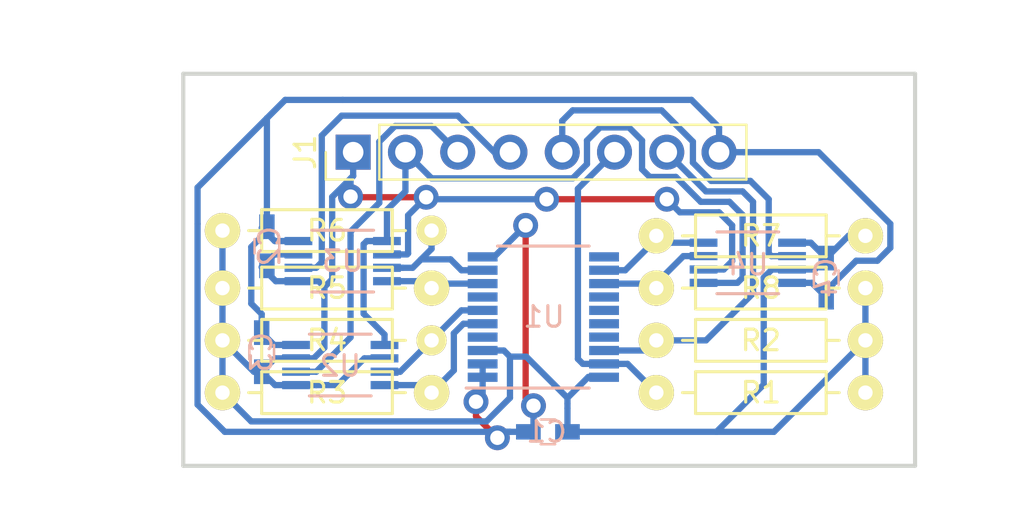
<source format=kicad_pcb>
(kicad_pcb (version 20171130) (host pcbnew "(5.0.0)")

  (general
    (thickness 1.6)
    (drawings 8)
    (tracks 227)
    (zones 0)
    (modules 17)
    (nets 22)
  )

  (page A4)
  (layers
    (0 F.Cu signal hide)
    (31 B.Cu signal hide)
    (32 B.Adhes user)
    (33 F.Adhes user)
    (34 B.Paste user hide)
    (35 F.Paste user)
    (36 B.SilkS user)
    (37 F.SilkS user hide)
    (38 B.Mask user hide)
    (39 F.Mask user)
    (40 Dwgs.User user)
    (41 Cmts.User user)
    (42 Eco1.User user)
    (43 Eco2.User user)
    (44 Edge.Cuts user)
    (45 Margin user)
    (46 B.CrtYd user)
    (47 F.CrtYd user)
    (48 B.Fab user hide)
    (49 F.Fab user)
  )

  (setup
    (last_trace_width 0.3048)
    (trace_clearance 0.2)
    (zone_clearance 0.508)
    (zone_45_only no)
    (trace_min 0.2)
    (segment_width 0.2)
    (edge_width 0.15)
    (via_size 1.208)
    (via_drill 0.7)
    (via_min_size 0.4)
    (via_min_drill 0.3)
    (uvia_size 0.3)
    (uvia_drill 0.1)
    (uvias_allowed no)
    (uvia_min_size 0.2)
    (uvia_min_drill 0.1)
    (pcb_text_width 0.3)
    (pcb_text_size 1.5 1.5)
    (mod_edge_width 0.15)
    (mod_text_size 1 1)
    (mod_text_width 0.15)
    (pad_size 1.462 1.462)
    (pad_drill 0.7)
    (pad_to_mask_clearance 0.2)
    (aux_axis_origin 0 0)
    (visible_elements FFFDFF7F)
    (pcbplotparams
      (layerselection 0x01020_7fffffff)
      (usegerberextensions false)
      (usegerberattributes false)
      (usegerberadvancedattributes false)
      (creategerberjobfile false)
      (excludeedgelayer true)
      (linewidth 0.100000)
      (plotframeref false)
      (viasonmask false)
      (mode 1)
      (useauxorigin false)
      (hpglpennumber 1)
      (hpglpenspeed 20)
      (hpglpendiameter 15.000000)
      (psnegative false)
      (psa4output false)
      (plotreference false)
      (plotvalue false)
      (plotinvisibletext false)
      (padsonsilk false)
      (subtractmaskfromsilk false)
      (outputformat 4)
      (mirror false)
      (drillshape 0)
      (scaleselection 1)
      (outputdirectory "Gerber/"))
  )

  (net 0 "")
  (net 1 +3V3)
  (net 2 GND)
  (net 3 I2C_SCL)
  (net 4 I2C_SDA)
  (net 5 4V-REF)
  (net 6 2V5-REF)
  (net 7 1V-REF)
  (net 8 5V-REF)
  (net 9 "Net-(R3-Pad2)")
  (net 10 "Net-(R4-Pad2)")
  (net 11 "Net-(R5-Pad2)")
  (net 12 "Net-(R6-Pad2)")
  (net 13 "Net-(R7-Pad2)")
  (net 14 "Net-(R8-Pad2)")
  (net 15 "Net-(U1-Pad17)")
  (net 16 "Net-(U1-Pad16)")
  (net 17 "Net-(U1-Pad15)")
  (net 18 "Net-(U1-Pad14)")
  (net 19 "Net-(U1-Pad11)")
  (net 20 "Net-(U1-Pad7)")
  (net 21 "Net-(U1-Pad4)")

  (net_class Default "This is the default net class."
    (clearance 0.2)
    (trace_width 0.3048)
    (via_dia 1.208)
    (via_drill 0.7)
    (uvia_dia 0.3)
    (uvia_drill 0.1)
    (add_net +3V3)
    (add_net 1V-REF)
    (add_net 2V5-REF)
    (add_net 4V-REF)
    (add_net 5V-REF)
    (add_net GND)
    (add_net I2C_SCL)
    (add_net I2C_SDA)
    (add_net "Net-(R3-Pad2)")
    (add_net "Net-(R4-Pad2)")
    (add_net "Net-(R5-Pad2)")
    (add_net "Net-(R6-Pad2)")
    (add_net "Net-(R7-Pad2)")
    (add_net "Net-(R8-Pad2)")
    (add_net "Net-(U1-Pad11)")
    (add_net "Net-(U1-Pad14)")
    (add_net "Net-(U1-Pad15)")
    (add_net "Net-(U1-Pad16)")
    (add_net "Net-(U1-Pad17)")
    (add_net "Net-(U1-Pad4)")
    (add_net "Net-(U1-Pad7)")
  )

  (module "Custom Github:Resistor-0.25W" (layer F.Cu) (tedit 57E029C8) (tstamp 5B9277EA)
    (at 100.965 94.234)
    (descr "Resitance 4 pas")
    (tags R)
    (path /5B94192A)
    (fp_text reference R3 (at 5.08 0) (layer F.SilkS)
      (effects (font (size 1 1) (thickness 0.15)))
    )
    (fp_text value 10kΩ (at 5.08 1.905) (layer F.Fab)
      (effects (font (size 1 1) (thickness 0.15)))
    )
    (fp_line (start 1.905 1.016) (end 1.905 0) (layer F.SilkS) (width 0.15))
    (fp_line (start 8.255 -1.016) (end 8.255 1.016) (layer F.SilkS) (width 0.15))
    (fp_line (start 1.905 0) (end 1.905 -1.016) (layer F.SilkS) (width 0.15))
    (fp_line (start 1.905 0) (end 1.27 0) (layer F.SilkS) (width 0.15))
    (fp_line (start 8.255 0) (end 8.89 0) (layer F.SilkS) (width 0.15))
    (fp_line (start 1.905 -1.016) (end 8.255 -1.016) (layer F.SilkS) (width 0.15))
    (fp_line (start 8.255 1.016) (end 1.905 1.016) (layer F.SilkS) (width 0.15))
    (pad 2 thru_hole circle (at 10.16 0) (size 1.716 1.716) (drill 0.7) (layers *.Cu *.Mask F.SilkS)
      (net 9 "Net-(R3-Pad2)"))
    (pad 1 thru_hole circle (at 0 0) (size 1.716 1.716) (drill 0.7) (layers *.Cu *.Mask F.SilkS)
      (net 1 +3V3))
    (model Discret.3dshapes/R4.wrl
      (at (xyz 0 0 0))
      (scale (xyz 0.4 0.4 0.4))
      (rotate (xyz 0 0 0))
    )
  )

  (module Capacitors_SMD:C_0603_HandSoldering (layer B.Cu) (tedit 58AA848B) (tstamp 5B927774)
    (at 116.779 96.139 180)
    (descr "Capacitor SMD 0603, hand soldering")
    (tags "capacitor 0603")
    (path /5B930180)
    (attr smd)
    (fp_text reference C1 (at 0.066 0 180) (layer B.SilkS)
      (effects (font (size 1 1) (thickness 0.15)) (justify mirror))
    )
    (fp_text value 100nF (at 0 -1.5 180) (layer B.Fab)
      (effects (font (size 1 1) (thickness 0.15)) (justify mirror))
    )
    (fp_text user %R (at 0 1.25 180) (layer B.Fab)
      (effects (font (size 1 1) (thickness 0.15)) (justify mirror))
    )
    (fp_line (start -0.8 -0.4) (end -0.8 0.4) (layer B.Fab) (width 0.1))
    (fp_line (start 0.8 -0.4) (end -0.8 -0.4) (layer B.Fab) (width 0.1))
    (fp_line (start 0.8 0.4) (end 0.8 -0.4) (layer B.Fab) (width 0.1))
    (fp_line (start -0.8 0.4) (end 0.8 0.4) (layer B.Fab) (width 0.1))
    (fp_line (start -0.35 0.6) (end 0.35 0.6) (layer B.SilkS) (width 0.12))
    (fp_line (start 0.35 -0.6) (end -0.35 -0.6) (layer B.SilkS) (width 0.12))
    (fp_line (start -1.8 0.65) (end 1.8 0.65) (layer B.CrtYd) (width 0.05))
    (fp_line (start -1.8 0.65) (end -1.8 -0.65) (layer B.CrtYd) (width 0.05))
    (fp_line (start 1.8 -0.65) (end 1.8 0.65) (layer B.CrtYd) (width 0.05))
    (fp_line (start 1.8 -0.65) (end -1.8 -0.65) (layer B.CrtYd) (width 0.05))
    (pad 1 smd rect (at -0.95 0 180) (size 1.2 0.75) (layers B.Cu B.Paste B.Mask)
      (net 1 +3V3))
    (pad 2 smd rect (at 0.95 0 180) (size 1.2 0.75) (layers B.Cu B.Paste B.Mask)
      (net 2 GND))
    (model Capacitors_SMD.3dshapes/C_0603.wrl
      (at (xyz 0 0 0))
      (scale (xyz 1 1 1))
      (rotate (xyz 0 0 0))
    )
  )

  (module Capacitors_SMD:C_0603_HandSoldering (layer B.Cu) (tedit 58AA848B) (tstamp 5B928113)
    (at 103.124 87.122 90)
    (descr "Capacitor SMD 0603, hand soldering")
    (tags "capacitor 0603")
    (path /5B930336)
    (attr smd)
    (fp_text reference C2 (at 0 0.127 90) (layer B.SilkS)
      (effects (font (size 1 1) (thickness 0.15)) (justify mirror))
    )
    (fp_text value 100nF (at 0 -1.5 90) (layer B.Fab)
      (effects (font (size 1 1) (thickness 0.15)) (justify mirror))
    )
    (fp_line (start 1.8 -0.65) (end -1.8 -0.65) (layer B.CrtYd) (width 0.05))
    (fp_line (start 1.8 -0.65) (end 1.8 0.65) (layer B.CrtYd) (width 0.05))
    (fp_line (start -1.8 0.65) (end -1.8 -0.65) (layer B.CrtYd) (width 0.05))
    (fp_line (start -1.8 0.65) (end 1.8 0.65) (layer B.CrtYd) (width 0.05))
    (fp_line (start 0.35 -0.6) (end -0.35 -0.6) (layer B.SilkS) (width 0.12))
    (fp_line (start -0.35 0.6) (end 0.35 0.6) (layer B.SilkS) (width 0.12))
    (fp_line (start -0.8 0.4) (end 0.8 0.4) (layer B.Fab) (width 0.1))
    (fp_line (start 0.8 0.4) (end 0.8 -0.4) (layer B.Fab) (width 0.1))
    (fp_line (start 0.8 -0.4) (end -0.8 -0.4) (layer B.Fab) (width 0.1))
    (fp_line (start -0.8 -0.4) (end -0.8 0.4) (layer B.Fab) (width 0.1))
    (fp_text user %R (at 0 1.25 90) (layer B.Fab)
      (effects (font (size 1 1) (thickness 0.15)) (justify mirror))
    )
    (pad 2 smd rect (at 0.95 0 90) (size 1.2 0.75) (layers B.Cu B.Paste B.Mask)
      (net 2 GND))
    (pad 1 smd rect (at -0.95 0 90) (size 1.2 0.75) (layers B.Cu B.Paste B.Mask)
      (net 1 +3V3))
    (model Capacitors_SMD.3dshapes/C_0603.wrl
      (at (xyz 0 0 0))
      (scale (xyz 1 1 1))
      (rotate (xyz 0 0 0))
    )
  )

  (module Capacitors_SMD:C_0603_HandSoldering (layer B.Cu) (tedit 58AA848B) (tstamp 5B9280E3)
    (at 102.87 92.268 90)
    (descr "Capacitor SMD 0603, hand soldering")
    (tags "capacitor 0603")
    (path /5B930352)
    (attr smd)
    (fp_text reference C3 (at 0 0 90) (layer B.SilkS)
      (effects (font (size 1 1) (thickness 0.15)) (justify mirror))
    )
    (fp_text value 100nF (at 0 -1.5 90) (layer B.Fab)
      (effects (font (size 1 1) (thickness 0.15)) (justify mirror))
    )
    (fp_text user %R (at 0 1.25 90) (layer B.Fab)
      (effects (font (size 1 1) (thickness 0.15)) (justify mirror))
    )
    (fp_line (start -0.8 -0.4) (end -0.8 0.4) (layer B.Fab) (width 0.1))
    (fp_line (start 0.8 -0.4) (end -0.8 -0.4) (layer B.Fab) (width 0.1))
    (fp_line (start 0.8 0.4) (end 0.8 -0.4) (layer B.Fab) (width 0.1))
    (fp_line (start -0.8 0.4) (end 0.8 0.4) (layer B.Fab) (width 0.1))
    (fp_line (start -0.35 0.6) (end 0.35 0.6) (layer B.SilkS) (width 0.12))
    (fp_line (start 0.35 -0.6) (end -0.35 -0.6) (layer B.SilkS) (width 0.12))
    (fp_line (start -1.8 0.65) (end 1.8 0.65) (layer B.CrtYd) (width 0.05))
    (fp_line (start -1.8 0.65) (end -1.8 -0.65) (layer B.CrtYd) (width 0.05))
    (fp_line (start 1.8 -0.65) (end 1.8 0.65) (layer B.CrtYd) (width 0.05))
    (fp_line (start 1.8 -0.65) (end -1.8 -0.65) (layer B.CrtYd) (width 0.05))
    (pad 1 smd rect (at -0.95 0 90) (size 1.2 0.75) (layers B.Cu B.Paste B.Mask)
      (net 1 +3V3))
    (pad 2 smd rect (at 0.95 0 90) (size 1.2 0.75) (layers B.Cu B.Paste B.Mask)
      (net 2 GND))
    (model Capacitors_SMD.3dshapes/C_0603.wrl
      (at (xyz 0 0 0))
      (scale (xyz 1 1 1))
      (rotate (xyz 0 0 0))
    )
  )

  (module Capacitors_SMD:C_0603_HandSoldering (layer B.Cu) (tedit 58AA848B) (tstamp 5B9277A7)
    (at 130.302 88.646 270)
    (descr "Capacitor SMD 0603, hand soldering")
    (tags "capacitor 0603")
    (path /5B930370)
    (attr smd)
    (fp_text reference C4 (at 0 0 270) (layer B.SilkS)
      (effects (font (size 1 1) (thickness 0.15)) (justify mirror))
    )
    (fp_text value 100nF (at 0 -1.5 270) (layer B.Fab)
      (effects (font (size 1 1) (thickness 0.15)) (justify mirror))
    )
    (fp_line (start 1.8 -0.65) (end -1.8 -0.65) (layer B.CrtYd) (width 0.05))
    (fp_line (start 1.8 -0.65) (end 1.8 0.65) (layer B.CrtYd) (width 0.05))
    (fp_line (start -1.8 0.65) (end -1.8 -0.65) (layer B.CrtYd) (width 0.05))
    (fp_line (start -1.8 0.65) (end 1.8 0.65) (layer B.CrtYd) (width 0.05))
    (fp_line (start 0.35 -0.6) (end -0.35 -0.6) (layer B.SilkS) (width 0.12))
    (fp_line (start -0.35 0.6) (end 0.35 0.6) (layer B.SilkS) (width 0.12))
    (fp_line (start -0.8 0.4) (end 0.8 0.4) (layer B.Fab) (width 0.1))
    (fp_line (start 0.8 0.4) (end 0.8 -0.4) (layer B.Fab) (width 0.1))
    (fp_line (start 0.8 -0.4) (end -0.8 -0.4) (layer B.Fab) (width 0.1))
    (fp_line (start -0.8 -0.4) (end -0.8 0.4) (layer B.Fab) (width 0.1))
    (fp_text user %R (at 0 1.25 270) (layer B.Fab)
      (effects (font (size 1 1) (thickness 0.15)) (justify mirror))
    )
    (pad 2 smd rect (at 0.95 0 270) (size 1.2 0.75) (layers B.Cu B.Paste B.Mask)
      (net 2 GND))
    (pad 1 smd rect (at -0.95 0 270) (size 1.2 0.75) (layers B.Cu B.Paste B.Mask)
      (net 1 +3V3))
    (model Capacitors_SMD.3dshapes/C_0603.wrl
      (at (xyz 0 0 0))
      (scale (xyz 1 1 1))
      (rotate (xyz 0 0 0))
    )
  )

  (module Pin_Headers:Pin_Header_Straight_1x08_Pitch2.54mm (layer F.Cu) (tedit 59650532) (tstamp 5B9277C3)
    (at 107.315 82.55 90)
    (descr "Through hole straight pin header, 1x08, 2.54mm pitch, single row")
    (tags "Through hole pin header THT 1x08 2.54mm single row")
    (path /5B92E5EB)
    (fp_text reference J1 (at 0 -2.33 90) (layer F.SilkS)
      (effects (font (size 1 1) (thickness 0.15)))
    )
    (fp_text value Connector (at 0 20.11 90) (layer F.Fab)
      (effects (font (size 1 1) (thickness 0.15)))
    )
    (fp_text user %R (at 0 8.89 180) (layer F.Fab)
      (effects (font (size 1 1) (thickness 0.15)))
    )
    (fp_line (start 1.8 -1.8) (end -1.8 -1.8) (layer F.CrtYd) (width 0.05))
    (fp_line (start 1.8 19.55) (end 1.8 -1.8) (layer F.CrtYd) (width 0.05))
    (fp_line (start -1.8 19.55) (end 1.8 19.55) (layer F.CrtYd) (width 0.05))
    (fp_line (start -1.8 -1.8) (end -1.8 19.55) (layer F.CrtYd) (width 0.05))
    (fp_line (start -1.33 -1.33) (end 0 -1.33) (layer F.SilkS) (width 0.12))
    (fp_line (start -1.33 0) (end -1.33 -1.33) (layer F.SilkS) (width 0.12))
    (fp_line (start -1.33 1.27) (end 1.33 1.27) (layer F.SilkS) (width 0.12))
    (fp_line (start 1.33 1.27) (end 1.33 19.11) (layer F.SilkS) (width 0.12))
    (fp_line (start -1.33 1.27) (end -1.33 19.11) (layer F.SilkS) (width 0.12))
    (fp_line (start -1.33 19.11) (end 1.33 19.11) (layer F.SilkS) (width 0.12))
    (fp_line (start -1.27 -0.635) (end -0.635 -1.27) (layer F.Fab) (width 0.1))
    (fp_line (start -1.27 19.05) (end -1.27 -0.635) (layer F.Fab) (width 0.1))
    (fp_line (start 1.27 19.05) (end -1.27 19.05) (layer F.Fab) (width 0.1))
    (fp_line (start 1.27 -1.27) (end 1.27 19.05) (layer F.Fab) (width 0.1))
    (fp_line (start -0.635 -1.27) (end 1.27 -1.27) (layer F.Fab) (width 0.1))
    (pad 8 thru_hole oval (at 0 17.78 90) (size 1.7 1.7) (drill 1) (layers *.Cu *.Mask)
      (net 2 GND))
    (pad 7 thru_hole oval (at 0 15.24 90) (size 1.7 1.7) (drill 1) (layers *.Cu *.Mask)
      (net 3 I2C_SCL))
    (pad 6 thru_hole oval (at 0 12.7 90) (size 1.7 1.7) (drill 1) (layers *.Cu *.Mask)
      (net 4 I2C_SDA))
    (pad 5 thru_hole oval (at 0 10.16 90) (size 1.7 1.7) (drill 1) (layers *.Cu *.Mask)
      (net 5 4V-REF))
    (pad 4 thru_hole oval (at 0 7.62 90) (size 1.7 1.7) (drill 1) (layers *.Cu *.Mask)
      (net 6 2V5-REF))
    (pad 3 thru_hole oval (at 0 5.08 90) (size 1.7 1.7) (drill 1) (layers *.Cu *.Mask)
      (net 7 1V-REF))
    (pad 2 thru_hole oval (at 0 2.54 90) (size 1.7 1.7) (drill 1) (layers *.Cu *.Mask)
      (net 8 5V-REF))
    (pad 1 thru_hole rect (at 0 0 90) (size 1.7 1.7) (drill 1) (layers *.Cu *.Mask)
      (net 1 +3V3))
    (model ${KISYS3DMOD}/Pin_Headers.3dshapes/Pin_Header_Straight_1x08_Pitch2.54mm.wrl
      (at (xyz 0 0 0))
      (scale (xyz 1 1 1))
      (rotate (xyz 0 0 0))
    )
  )

  (module "Custom Github:Resistor-0.25W" (layer F.Cu) (tedit 57E029C8) (tstamp 5B9277D0)
    (at 132.207 94.234 180)
    (descr "Resitance 4 pas")
    (tags R)
    (path /5B938D62)
    (fp_text reference R1 (at 5.08 0 180) (layer F.SilkS)
      (effects (font (size 1 1) (thickness 0.15)))
    )
    (fp_text value 10kΩ (at 5.08 1.905 180) (layer F.Fab)
      (effects (font (size 1 1) (thickness 0.15)))
    )
    (fp_line (start 1.905 1.016) (end 1.905 0) (layer F.SilkS) (width 0.15))
    (fp_line (start 8.255 -1.016) (end 8.255 1.016) (layer F.SilkS) (width 0.15))
    (fp_line (start 1.905 0) (end 1.905 -1.016) (layer F.SilkS) (width 0.15))
    (fp_line (start 1.905 0) (end 1.27 0) (layer F.SilkS) (width 0.15))
    (fp_line (start 8.255 0) (end 8.89 0) (layer F.SilkS) (width 0.15))
    (fp_line (start 1.905 -1.016) (end 8.255 -1.016) (layer F.SilkS) (width 0.15))
    (fp_line (start 8.255 1.016) (end 1.905 1.016) (layer F.SilkS) (width 0.15))
    (pad 2 thru_hole circle (at 10.16 0 180) (size 1.716 1.716) (drill 0.7) (layers *.Cu *.Mask F.SilkS)
      (net 4 I2C_SDA))
    (pad 1 thru_hole circle (at 0 0 180) (size 1.716 1.716) (drill 0.7) (layers *.Cu *.Mask F.SilkS)
      (net 1 +3V3))
    (model Discret.3dshapes/R4.wrl
      (at (xyz 0 0 0))
      (scale (xyz 0.4 0.4 0.4))
      (rotate (xyz 0 0 0))
    )
  )

  (module "Custom Github:Resistor-0.25W" (layer F.Cu) (tedit 57E029C8) (tstamp 5B9277DD)
    (at 132.207 91.694 180)
    (descr "Resitance 4 pas")
    (tags R)
    (path /5B938C7C)
    (fp_text reference R2 (at 5.08 0 180) (layer F.SilkS)
      (effects (font (size 1 1) (thickness 0.15)))
    )
    (fp_text value 10kΩ (at 5.08 1.905 180) (layer F.Fab)
      (effects (font (size 1 1) (thickness 0.15)))
    )
    (fp_line (start 8.255 1.016) (end 1.905 1.016) (layer F.SilkS) (width 0.15))
    (fp_line (start 1.905 -1.016) (end 8.255 -1.016) (layer F.SilkS) (width 0.15))
    (fp_line (start 8.255 0) (end 8.89 0) (layer F.SilkS) (width 0.15))
    (fp_line (start 1.905 0) (end 1.27 0) (layer F.SilkS) (width 0.15))
    (fp_line (start 1.905 0) (end 1.905 -1.016) (layer F.SilkS) (width 0.15))
    (fp_line (start 8.255 -1.016) (end 8.255 1.016) (layer F.SilkS) (width 0.15))
    (fp_line (start 1.905 1.016) (end 1.905 0) (layer F.SilkS) (width 0.15))
    (pad 1 thru_hole circle (at 0 0 180) (size 1.716 1.716) (drill 0.7) (layers *.Cu *.Mask F.SilkS)
      (net 1 +3V3))
    (pad 2 thru_hole circle (at 10.16 0 180) (size 1.716 1.716) (drill 0.7) (layers *.Cu *.Mask F.SilkS)
      (net 3 I2C_SCL))
    (model Discret.3dshapes/R4.wrl
      (at (xyz 0 0 0))
      (scale (xyz 0.4 0.4 0.4))
      (rotate (xyz 0 0 0))
    )
  )

  (module "Custom Github:Resistor-0.25W" (layer F.Cu) (tedit 5B93B87E) (tstamp 5B93B8B1)
    (at 100.965 91.694)
    (descr "Resitance 4 pas")
    (tags R)
    (path /5B9418D4)
    (fp_text reference R4 (at 5.08 0) (layer F.SilkS)
      (effects (font (size 1 1) (thickness 0.15)))
    )
    (fp_text value 10kΩ (at 5.08 1.905) (layer F.Fab)
      (effects (font (size 1 1) (thickness 0.15)))
    )
    (fp_line (start 8.255 1.016) (end 1.905 1.016) (layer F.SilkS) (width 0.15))
    (fp_line (start 1.905 -1.016) (end 8.255 -1.016) (layer F.SilkS) (width 0.15))
    (fp_line (start 8.255 0) (end 8.89 0) (layer F.SilkS) (width 0.15))
    (fp_line (start 1.905 0) (end 1.27 0) (layer F.SilkS) (width 0.15))
    (fp_line (start 1.905 0) (end 1.905 -1.016) (layer F.SilkS) (width 0.15))
    (fp_line (start 8.255 -1.016) (end 8.255 1.016) (layer F.SilkS) (width 0.15))
    (fp_line (start 1.905 1.016) (end 1.905 0) (layer F.SilkS) (width 0.15))
    (pad 1 thru_hole circle (at 0 0) (size 1.716 1.716) (drill 0.7) (layers *.Cu *.Mask F.SilkS)
      (net 1 +3V3))
    (pad 2 thru_hole circle (at 10.16 0) (size 1.462 1.462) (drill 0.7) (layers *.Cu *.Mask F.SilkS)
      (net 10 "Net-(R4-Pad2)"))
    (model Discret.3dshapes/R4.wrl
      (at (xyz 0 0 0))
      (scale (xyz 0.4 0.4 0.4))
      (rotate (xyz 0 0 0))
    )
  )

  (module "Custom Github:Resistor-0.25W" (layer F.Cu) (tedit 57E029C8) (tstamp 5B927804)
    (at 100.965 89.154)
    (descr "Resitance 4 pas")
    (tags R)
    (path /5B94D99D)
    (fp_text reference R5 (at 5.08 0) (layer F.SilkS)
      (effects (font (size 1 1) (thickness 0.15)))
    )
    (fp_text value 10kΩ (at 5.08 1.905) (layer F.Fab)
      (effects (font (size 1 1) (thickness 0.15)))
    )
    (fp_line (start 1.905 1.016) (end 1.905 0) (layer F.SilkS) (width 0.15))
    (fp_line (start 8.255 -1.016) (end 8.255 1.016) (layer F.SilkS) (width 0.15))
    (fp_line (start 1.905 0) (end 1.905 -1.016) (layer F.SilkS) (width 0.15))
    (fp_line (start 1.905 0) (end 1.27 0) (layer F.SilkS) (width 0.15))
    (fp_line (start 8.255 0) (end 8.89 0) (layer F.SilkS) (width 0.15))
    (fp_line (start 1.905 -1.016) (end 8.255 -1.016) (layer F.SilkS) (width 0.15))
    (fp_line (start 8.255 1.016) (end 1.905 1.016) (layer F.SilkS) (width 0.15))
    (pad 2 thru_hole circle (at 10.16 0) (size 1.716 1.716) (drill 0.7) (layers *.Cu *.Mask F.SilkS)
      (net 11 "Net-(R5-Pad2)"))
    (pad 1 thru_hole circle (at 0 0) (size 1.716 1.716) (drill 0.7) (layers *.Cu *.Mask F.SilkS)
      (net 1 +3V3))
    (model Discret.3dshapes/R4.wrl
      (at (xyz 0 0 0))
      (scale (xyz 0.4 0.4 0.4))
      (rotate (xyz 0 0 0))
    )
  )

  (module "Custom Github:Resistor-0.25W" (layer F.Cu) (tedit 5B93BB14) (tstamp 5B927811)
    (at 100.965 86.36)
    (descr "Resitance 4 pas")
    (tags R)
    (path /5B94D96D)
    (fp_text reference R6 (at 5.08 0) (layer F.SilkS)
      (effects (font (size 1 1) (thickness 0.15)))
    )
    (fp_text value 10kΩ (at 5.08 1.905) (layer F.Fab)
      (effects (font (size 1 1) (thickness 0.15)))
    )
    (fp_line (start 8.255 1.016) (end 1.905 1.016) (layer F.SilkS) (width 0.15))
    (fp_line (start 1.905 -1.016) (end 8.255 -1.016) (layer F.SilkS) (width 0.15))
    (fp_line (start 8.255 0) (end 8.89 0) (layer F.SilkS) (width 0.15))
    (fp_line (start 1.905 0) (end 1.27 0) (layer F.SilkS) (width 0.15))
    (fp_line (start 1.905 0) (end 1.905 -1.016) (layer F.SilkS) (width 0.15))
    (fp_line (start 8.255 -1.016) (end 8.255 1.016) (layer F.SilkS) (width 0.15))
    (fp_line (start 1.905 1.016) (end 1.905 0) (layer F.SilkS) (width 0.15))
    (pad 1 thru_hole circle (at 0 0) (size 1.716 1.716) (drill 0.7) (layers *.Cu *.Mask F.SilkS)
      (net 1 +3V3))
    (pad 2 thru_hole circle (at 10.16 0) (size 1.462 1.462) (drill 0.7) (layers *.Cu *.Mask F.SilkS)
      (net 12 "Net-(R6-Pad2)"))
    (model Discret.3dshapes/R4.wrl
      (at (xyz 0 0 0))
      (scale (xyz 0.4 0.4 0.4))
      (rotate (xyz 0 0 0))
    )
  )

  (module "Custom Github:Resistor-0.25W" (layer F.Cu) (tedit 57E029C8) (tstamp 5B92781E)
    (at 132.207 86.614 180)
    (descr "Resitance 4 pas")
    (tags R)
    (path /5B94D9CD)
    (fp_text reference R7 (at 5.08 0 180) (layer F.SilkS)
      (effects (font (size 1 1) (thickness 0.15)))
    )
    (fp_text value 10kΩ (at 5.08 1.905 180) (layer F.Fab)
      (effects (font (size 1 1) (thickness 0.15)))
    )
    (fp_line (start 8.255 1.016) (end 1.905 1.016) (layer F.SilkS) (width 0.15))
    (fp_line (start 1.905 -1.016) (end 8.255 -1.016) (layer F.SilkS) (width 0.15))
    (fp_line (start 8.255 0) (end 8.89 0) (layer F.SilkS) (width 0.15))
    (fp_line (start 1.905 0) (end 1.27 0) (layer F.SilkS) (width 0.15))
    (fp_line (start 1.905 0) (end 1.905 -1.016) (layer F.SilkS) (width 0.15))
    (fp_line (start 8.255 -1.016) (end 8.255 1.016) (layer F.SilkS) (width 0.15))
    (fp_line (start 1.905 1.016) (end 1.905 0) (layer F.SilkS) (width 0.15))
    (pad 1 thru_hole circle (at 0 0 180) (size 1.716 1.716) (drill 0.7) (layers *.Cu *.Mask F.SilkS)
      (net 1 +3V3))
    (pad 2 thru_hole circle (at 10.16 0 180) (size 1.716 1.716) (drill 0.7) (layers *.Cu *.Mask F.SilkS)
      (net 13 "Net-(R7-Pad2)"))
    (model Discret.3dshapes/R4.wrl
      (at (xyz 0 0 0))
      (scale (xyz 0.4 0.4 0.4))
      (rotate (xyz 0 0 0))
    )
  )

  (module "Custom Github:Resistor-0.25W" (layer F.Cu) (tedit 57E029C8) (tstamp 5B92782B)
    (at 132.207 89.154 180)
    (descr "Resitance 4 pas")
    (tags R)
    (path /5B94DA01)
    (fp_text reference R8 (at 5.08 0 180) (layer F.SilkS)
      (effects (font (size 1 1) (thickness 0.15)))
    )
    (fp_text value 10kΩ (at 5.08 1.905 180) (layer F.Fab)
      (effects (font (size 1 1) (thickness 0.15)))
    )
    (fp_line (start 1.905 1.016) (end 1.905 0) (layer F.SilkS) (width 0.15))
    (fp_line (start 8.255 -1.016) (end 8.255 1.016) (layer F.SilkS) (width 0.15))
    (fp_line (start 1.905 0) (end 1.905 -1.016) (layer F.SilkS) (width 0.15))
    (fp_line (start 1.905 0) (end 1.27 0) (layer F.SilkS) (width 0.15))
    (fp_line (start 8.255 0) (end 8.89 0) (layer F.SilkS) (width 0.15))
    (fp_line (start 1.905 -1.016) (end 8.255 -1.016) (layer F.SilkS) (width 0.15))
    (fp_line (start 8.255 1.016) (end 1.905 1.016) (layer F.SilkS) (width 0.15))
    (pad 2 thru_hole circle (at 10.16 0 180) (size 1.716 1.716) (drill 0.7) (layers *.Cu *.Mask F.SilkS)
      (net 14 "Net-(R8-Pad2)"))
    (pad 1 thru_hole circle (at 0 0 180) (size 1.716 1.716) (drill 0.7) (layers *.Cu *.Mask F.SilkS)
      (net 1 +3V3))
    (model Discret.3dshapes/R4.wrl
      (at (xyz 0 0 0))
      (scale (xyz 0.4 0.4 0.4))
      (rotate (xyz 0 0 0))
    )
  )

  (module Housings_SSOP:TSSOP-20_4.4x6.5mm_Pitch0.65mm (layer B.Cu) (tedit 54130A77) (tstamp 5B92784F)
    (at 116.557 90.562)
    (descr "20-Lead Plastic Thin Shrink Small Outline (ST)-4.4 mm Body [TSSOP] (see Microchip Packaging Specification 00000049BS.pdf)")
    (tags "SSOP 0.65")
    (path /5B928B45)
    (attr smd)
    (fp_text reference U1 (at 0.029 -0.011) (layer B.SilkS)
      (effects (font (size 1 1) (thickness 0.15)) (justify mirror))
    )
    (fp_text value PCA9545 (at 0 -4.3) (layer B.Fab)
      (effects (font (size 1 1) (thickness 0.15)) (justify mirror))
    )
    (fp_text user %R (at 0 0) (layer B.Fab)
      (effects (font (size 0.8 0.8) (thickness 0.15)) (justify mirror))
    )
    (fp_line (start -3.75 3.45) (end 2.225 3.45) (layer B.SilkS) (width 0.15))
    (fp_line (start -2.225 -3.45) (end 2.225 -3.45) (layer B.SilkS) (width 0.15))
    (fp_line (start -3.95 -3.55) (end 3.95 -3.55) (layer B.CrtYd) (width 0.05))
    (fp_line (start -3.95 3.55) (end 3.95 3.55) (layer B.CrtYd) (width 0.05))
    (fp_line (start 3.95 3.55) (end 3.95 -3.55) (layer B.CrtYd) (width 0.05))
    (fp_line (start -3.95 3.55) (end -3.95 -3.55) (layer B.CrtYd) (width 0.05))
    (fp_line (start -2.2 2.25) (end -1.2 3.25) (layer B.Fab) (width 0.15))
    (fp_line (start -2.2 -3.25) (end -2.2 2.25) (layer B.Fab) (width 0.15))
    (fp_line (start 2.2 -3.25) (end -2.2 -3.25) (layer B.Fab) (width 0.15))
    (fp_line (start 2.2 3.25) (end 2.2 -3.25) (layer B.Fab) (width 0.15))
    (fp_line (start -1.2 3.25) (end 2.2 3.25) (layer B.Fab) (width 0.15))
    (pad 20 smd rect (at 2.95 2.925) (size 1.45 0.45) (layers B.Cu B.Paste B.Mask)
      (net 1 +3V3))
    (pad 19 smd rect (at 2.95 2.275) (size 1.45 0.45) (layers B.Cu B.Paste B.Mask)
      (net 4 I2C_SDA))
    (pad 18 smd rect (at 2.95 1.625) (size 1.45 0.45) (layers B.Cu B.Paste B.Mask)
      (net 3 I2C_SCL))
    (pad 17 smd rect (at 2.95 0.975) (size 1.45 0.45) (layers B.Cu B.Paste B.Mask)
      (net 15 "Net-(U1-Pad17)"))
    (pad 16 smd rect (at 2.95 0.325) (size 1.45 0.45) (layers B.Cu B.Paste B.Mask)
      (net 16 "Net-(U1-Pad16)"))
    (pad 15 smd rect (at 2.95 -0.325) (size 1.45 0.45) (layers B.Cu B.Paste B.Mask)
      (net 17 "Net-(U1-Pad15)"))
    (pad 14 smd rect (at 2.95 -0.975) (size 1.45 0.45) (layers B.Cu B.Paste B.Mask)
      (net 18 "Net-(U1-Pad14)"))
    (pad 13 smd rect (at 2.95 -1.625) (size 1.45 0.45) (layers B.Cu B.Paste B.Mask)
      (net 14 "Net-(R8-Pad2)"))
    (pad 12 smd rect (at 2.95 -2.275) (size 1.45 0.45) (layers B.Cu B.Paste B.Mask)
      (net 13 "Net-(R7-Pad2)"))
    (pad 11 smd rect (at 2.95 -2.925) (size 1.45 0.45) (layers B.Cu B.Paste B.Mask)
      (net 19 "Net-(U1-Pad11)"))
    (pad 10 smd rect (at -2.95 -2.925) (size 1.45 0.45) (layers B.Cu B.Paste B.Mask)
      (net 2 GND))
    (pad 9 smd rect (at -2.95 -2.275) (size 1.45 0.45) (layers B.Cu B.Paste B.Mask)
      (net 12 "Net-(R6-Pad2)"))
    (pad 8 smd rect (at -2.95 -1.625) (size 1.45 0.45) (layers B.Cu B.Paste B.Mask)
      (net 11 "Net-(R5-Pad2)"))
    (pad 7 smd rect (at -2.95 -0.975) (size 1.45 0.45) (layers B.Cu B.Paste B.Mask)
      (net 20 "Net-(U1-Pad7)"))
    (pad 6 smd rect (at -2.95 -0.325) (size 1.45 0.45) (layers B.Cu B.Paste B.Mask)
      (net 10 "Net-(R4-Pad2)"))
    (pad 5 smd rect (at -2.95 0.325) (size 1.45 0.45) (layers B.Cu B.Paste B.Mask)
      (net 9 "Net-(R3-Pad2)"))
    (pad 4 smd rect (at -2.95 0.975) (size 1.45 0.45) (layers B.Cu B.Paste B.Mask)
      (net 21 "Net-(U1-Pad4)"))
    (pad 3 smd rect (at -2.95 1.625) (size 1.45 0.45) (layers B.Cu B.Paste B.Mask)
      (net 1 +3V3))
    (pad 2 smd rect (at -2.95 2.275) (size 1.45 0.45) (layers B.Cu B.Paste B.Mask)
      (net 2 GND))
    (pad 1 smd rect (at -2.95 2.925) (size 1.45 0.45) (layers B.Cu B.Paste B.Mask)
      (net 2 GND))
    (model ${KISYS3DMOD}/Housings_SSOP.3dshapes/TSSOP-20_4.4x6.5mm_Pitch0.65mm.wrl
      (at (xyz 0 0 0))
      (scale (xyz 1 1 1))
      (rotate (xyz 0 0 0))
    )
  )

  (module "Custom Github:uMAX" (layer B.Cu) (tedit 5A09438B) (tstamp 5B928242)
    (at 106.689 91.918 180)
    (path /5B928A6E)
    (fp_text reference U2 (at 0 -1.016 180) (layer B.SilkS)
      (effects (font (size 1 1) (thickness 0.15)) (justify mirror))
    )
    (fp_text value MAX5215 (at 0 1.25 180) (layer B.Fab)
      (effects (font (size 1 1) (thickness 0.15)) (justify mirror))
    )
    (fp_line (start 1.5 0.525) (end -1.5 0.525) (layer B.SilkS) (width 0.15))
    (fp_line (start -1.5 -2.475) (end 1.5 -2.475) (layer B.SilkS) (width 0.15))
    (pad 8 smd rect (at 2.15 0 180) (size 1.35 0.4) (layers B.Cu B.Paste B.Mask)
      (net 2 GND))
    (pad 7 smd rect (at 2.15 -0.65 180) (size 1.35 0.4) (layers B.Cu B.Paste B.Mask)
      (net 1 +3V3))
    (pad 6 smd rect (at 2.15 -1.3 180) (size 1.35 0.4) (layers B.Cu B.Paste B.Mask)
      (net 7 1V-REF))
    (pad 5 smd rect (at 2.15 -1.95 180) (size 1.35 0.4) (layers B.Cu B.Paste B.Mask)
      (net 1 +3V3))
    (pad 4 smd rect (at -2.15 -1.95 180) (size 1.35 0.4) (layers B.Cu B.Paste B.Mask)
      (net 9 "Net-(R3-Pad2)"))
    (pad 3 smd rect (at -2.15 -1.3 180) (size 1.35 0.4) (layers B.Cu B.Paste B.Mask)
      (net 10 "Net-(R4-Pad2)"))
    (pad 2 smd rect (at -2.15 -0.65 180) (size 1.35 0.4) (layers B.Cu B.Paste B.Mask)
      (net 1 +3V3))
    (pad 1 smd rect (at -2.15 0 180) (size 1.35 0.4) (layers B.Cu B.Paste B.Mask)
      (net 8 5V-REF))
  )

  (module "Custom Github:uMAX" (layer B.Cu) (tedit 5A09438B) (tstamp 5B928092)
    (at 106.807 86.868 180)
    (path /5B928AC1)
    (fp_text reference U3 (at 0 -0.971 180) (layer B.SilkS)
      (effects (font (size 1 1) (thickness 0.15)) (justify mirror))
    )
    (fp_text value MAX5215 (at 0 1.25 180) (layer B.Fab)
      (effects (font (size 1 1) (thickness 0.15)) (justify mirror))
    )
    (fp_line (start 1.5 0.525) (end -1.5 0.525) (layer B.SilkS) (width 0.15))
    (fp_line (start -1.5 -2.475) (end 1.5 -2.475) (layer B.SilkS) (width 0.15))
    (pad 8 smd rect (at 2.15 0 180) (size 1.35 0.4) (layers B.Cu B.Paste B.Mask)
      (net 2 GND))
    (pad 7 smd rect (at 2.15 -0.65 180) (size 1.35 0.4) (layers B.Cu B.Paste B.Mask)
      (net 1 +3V3))
    (pad 6 smd rect (at 2.15 -1.3 180) (size 1.35 0.4) (layers B.Cu B.Paste B.Mask)
      (net 6 2V5-REF))
    (pad 5 smd rect (at 2.15 -1.95 180) (size 1.35 0.4) (layers B.Cu B.Paste B.Mask)
      (net 1 +3V3))
    (pad 4 smd rect (at -2.15 -1.95 180) (size 1.35 0.4) (layers B.Cu B.Paste B.Mask)
      (net 11 "Net-(R5-Pad2)"))
    (pad 3 smd rect (at -2.15 -1.3 180) (size 1.35 0.4) (layers B.Cu B.Paste B.Mask)
      (net 12 "Net-(R6-Pad2)"))
    (pad 2 smd rect (at -2.15 -0.65 180) (size 1.35 0.4) (layers B.Cu B.Paste B.Mask)
      (net 1 +3V3))
    (pad 1 smd rect (at -2.15 0 180) (size 1.35 0.4) (layers B.Cu B.Paste B.Mask)
      (net 8 5V-REF))
  )

  (module "Custom Github:uMAX" (layer B.Cu) (tedit 5A09438B) (tstamp 5B9284D3)
    (at 126.492 88.9)
    (path /5B928AD9)
    (fp_text reference U4 (at 0 -0.889) (layer B.SilkS)
      (effects (font (size 1 1) (thickness 0.15)) (justify mirror))
    )
    (fp_text value MAX5215 (at 0 1.25) (layer B.Fab)
      (effects (font (size 1 1) (thickness 0.15)) (justify mirror))
    )
    (fp_line (start -1.5 -2.475) (end 1.5 -2.475) (layer B.SilkS) (width 0.15))
    (fp_line (start 1.5 0.525) (end -1.5 0.525) (layer B.SilkS) (width 0.15))
    (pad 1 smd rect (at -2.15 0) (size 1.35 0.4) (layers B.Cu B.Paste B.Mask)
      (net 8 5V-REF))
    (pad 2 smd rect (at -2.15 -0.65) (size 1.35 0.4) (layers B.Cu B.Paste B.Mask)
      (net 1 +3V3))
    (pad 3 smd rect (at -2.15 -1.3) (size 1.35 0.4) (layers B.Cu B.Paste B.Mask)
      (net 14 "Net-(R8-Pad2)"))
    (pad 4 smd rect (at -2.15 -1.95) (size 1.35 0.4) (layers B.Cu B.Paste B.Mask)
      (net 13 "Net-(R7-Pad2)"))
    (pad 5 smd rect (at 2.15 -1.95) (size 1.35 0.4) (layers B.Cu B.Paste B.Mask)
      (net 1 +3V3))
    (pad 6 smd rect (at 2.15 -1.3) (size 1.35 0.4) (layers B.Cu B.Paste B.Mask)
      (net 5 4V-REF))
    (pad 7 smd rect (at 2.15 -0.65) (size 1.35 0.4) (layers B.Cu B.Paste B.Mask)
      (net 1 +3V3))
    (pad 8 smd rect (at 2.15 0) (size 1.35 0.4) (layers B.Cu B.Paste B.Mask)
      (net 2 GND))
  )

  (dimension 35.56 (width 0.3) (layer Margin)
    (gr_text "35.560 mm" (at 116.84 101.16) (layer Margin)
      (effects (font (size 1.5 1.5) (thickness 0.3)))
    )
    (feature1 (pts (xy 134.62 97.79) (xy 134.62 99.646421)))
    (feature2 (pts (xy 99.06 97.79) (xy 99.06 99.646421)))
    (crossbar (pts (xy 99.06 99.06) (xy 134.62 99.06)))
    (arrow1a (pts (xy 134.62 99.06) (xy 133.493496 99.646421)))
    (arrow1b (pts (xy 134.62 99.06) (xy 133.493496 98.473579)))
    (arrow2a (pts (xy 99.06 99.06) (xy 100.186504 99.646421)))
    (arrow2b (pts (xy 99.06 99.06) (xy 100.186504 98.473579)))
  )
  (dimension 19.05 (width 0.3) (layer Margin)
    (gr_text "19.050 mm" (at 95.69 88.265 270) (layer Margin)
      (effects (font (size 1.5 1.5) (thickness 0.3)))
    )
    (feature1 (pts (xy 99.06 97.79) (xy 97.203579 97.79)))
    (feature2 (pts (xy 99.06 78.74) (xy 97.203579 78.74)))
    (crossbar (pts (xy 97.79 78.74) (xy 97.79 97.79)))
    (arrow1a (pts (xy 97.79 97.79) (xy 97.203579 96.663496)))
    (arrow1b (pts (xy 97.79 97.79) (xy 98.376421 96.663496)))
    (arrow2a (pts (xy 97.79 78.74) (xy 97.203579 79.866504)))
    (arrow2b (pts (xy 97.79 78.74) (xy 98.376421 79.866504)))
  )
  (dimension 19.05 (width 0.3) (layer Margin)
    (gr_text "0.7500 in" (at 137.99 88.265 270) (layer Margin)
      (effects (font (size 1.5 1.5) (thickness 0.3)))
    )
    (feature1 (pts (xy 134.62 97.79) (xy 136.476421 97.79)))
    (feature2 (pts (xy 134.62 78.74) (xy 136.476421 78.74)))
    (crossbar (pts (xy 135.89 78.74) (xy 135.89 97.79)))
    (arrow1a (pts (xy 135.89 97.79) (xy 135.303579 96.663496)))
    (arrow1b (pts (xy 135.89 97.79) (xy 136.476421 96.663496)))
    (arrow2a (pts (xy 135.89 78.74) (xy 135.303579 79.866504)))
    (arrow2b (pts (xy 135.89 78.74) (xy 136.476421 79.866504)))
  )
  (dimension 35.56 (width 0.3) (layer Margin)
    (gr_text "1.4000 in" (at 116.84 76.259) (layer Margin)
      (effects (font (size 1.5 1.5) (thickness 0.3)))
    )
    (feature1 (pts (xy 134.62 78.74) (xy 134.62 77.772579)))
    (feature2 (pts (xy 99.06 78.74) (xy 99.06 77.772579)))
    (crossbar (pts (xy 99.06 78.359) (xy 134.62 78.359)))
    (arrow1a (pts (xy 134.62 78.359) (xy 133.493496 78.945421)))
    (arrow1b (pts (xy 134.62 78.359) (xy 133.493496 77.772579)))
    (arrow2a (pts (xy 99.06 78.359) (xy 100.186504 78.945421)))
    (arrow2b (pts (xy 99.06 78.359) (xy 100.186504 77.772579)))
  )
  (gr_line (start 99.06 97.79) (end 99.06 78.74) (layer Edge.Cuts) (width 0.2))
  (gr_line (start 134.62 97.79) (end 99.06 97.79) (layer Edge.Cuts) (width 0.2))
  (gr_line (start 134.62 78.74) (end 134.62 97.79) (layer Edge.Cuts) (width 0.2))
  (gr_line (start 99.06 78.74) (end 134.62 78.74) (layer Edge.Cuts) (width 0.2))

  (segment (start 100.965 94.234) (end 100.965 91.694) (width 0.3048) (layer B.Cu) (net 1))
  (segment (start 100.965 86.614) (end 100.965 89.154) (width 0.3048) (layer B.Cu) (net 1))
  (segment (start 103.52 93.868) (end 102.87 93.218) (width 0.3048) (layer B.Cu) (net 1))
  (segment (start 104.539 93.868) (end 103.52 93.868) (width 0.3048) (layer B.Cu) (net 1))
  (segment (start 103.52 92.568) (end 102.87 93.218) (width 0.3048) (layer B.Cu) (net 1))
  (segment (start 104.539 92.568) (end 103.52 92.568) (width 0.3048) (layer B.Cu) (net 1))
  (segment (start 103.485 87.518) (end 102.87 88.133) (width 0.3048) (layer B.Cu) (net 1))
  (segment (start 104.657 87.518) (end 103.485 87.518) (width 0.3048) (layer B.Cu) (net 1))
  (segment (start 103.555 88.818) (end 102.87 88.133) (width 0.3048) (layer B.Cu) (net 1))
  (segment (start 104.657 88.818) (end 103.555 88.818) (width 0.3048) (layer B.Cu) (net 1))
  (segment (start 129.556 86.95) (end 130.302 87.696) (width 0.3048) (layer B.Cu) (net 1))
  (segment (start 128.642 86.95) (end 129.556 86.95) (width 0.3048) (layer B.Cu) (net 1))
  (segment (start 129.748 88.25) (end 130.302 87.696) (width 0.3048) (layer B.Cu) (net 1))
  (segment (start 128.642 88.25) (end 129.748 88.25) (width 0.3048) (layer B.Cu) (net 1))
  (segment (start 132.207 94.234) (end 132.207 91.694) (width 0.3048) (layer B.Cu) (net 1))
  (segment (start 132.207 91.694) (end 132.207 89.154) (width 0.3048) (layer B.Cu) (net 1))
  (segment (start 127.762 96.139) (end 132.207 91.694) (width 0.3048) (layer B.Cu) (net 1))
  (segment (start 105.6368 88.818) (end 105.918 89.0992) (width 0.3048) (layer B.Cu) (net 1))
  (segment (start 104.657 88.818) (end 105.6368 88.818) (width 0.3048) (layer B.Cu) (net 1))
  (segment (start 105.398322 92.568) (end 104.539 92.568) (width 0.3048) (layer B.Cu) (net 1))
  (segment (start 105.918 92.048322) (end 105.398322 92.568) (width 0.3048) (layer B.Cu) (net 1))
  (segment (start 105.918 89.0992) (end 105.918 92.048322) (width 0.3048) (layer B.Cu) (net 1))
  (segment (start 102.489 93.218) (end 100.965 91.694) (width 0.3048) (layer B.Cu) (net 1))
  (segment (start 102.87 93.218) (end 102.489 93.218) (width 0.3048) (layer B.Cu) (net 1))
  (segment (start 100.965 91.694) (end 100.965 89.154) (width 0.3048) (layer B.Cu) (net 1))
  (segment (start 105.5188 93.868) (end 104.539 93.868) (width 0.3048) (layer B.Cu) (net 1))
  (segment (start 106.5592 93.868) (end 105.5188 93.868) (width 0.3048) (layer B.Cu) (net 1))
  (segment (start 107.8592 92.568) (end 106.5592 93.868) (width 0.3048) (layer B.Cu) (net 1))
  (segment (start 108.839 92.568) (end 107.8592 92.568) (width 0.3048) (layer B.Cu) (net 1))
  (segment (start 106.29581 88.72139) (end 105.918 89.0992) (width 0.3048) (layer B.Cu) (net 1))
  (segment (start 106.29581 84.72399) (end 106.29581 88.72139) (width 0.3048) (layer B.Cu) (net 1))
  (segment (start 107.315 83.7048) (end 106.29581 84.72399) (width 0.3048) (layer B.Cu) (net 1))
  (segment (start 107.315 82.55) (end 107.315 83.7048) (width 0.3048) (layer B.Cu) (net 1))
  (segment (start 114.6368 92.187) (end 113.607 92.187) (width 0.3048) (layer B.Cu) (net 1))
  (segment (start 114.935 92.4852) (end 114.6368 92.187) (width 0.3048) (layer B.Cu) (net 1))
  (segment (start 114.935 94.488) (end 114.935 92.4852) (width 0.3048) (layer B.Cu) (net 1))
  (segment (start 113.792 95.631) (end 114.935 94.488) (width 0.3048) (layer B.Cu) (net 1))
  (segment (start 100.965 94.234) (end 102.362 95.631) (width 0.3048) (layer B.Cu) (net 1))
  (segment (start 102.362 95.631) (end 113.792 95.631) (width 0.3048) (layer B.Cu) (net 1))
  (segment (start 117.729 94.765) (end 117.729 94.996) (width 0.3048) (layer B.Cu) (net 1))
  (segment (start 117.729 96.139) (end 117.729 94.996) (width 0.3048) (layer B.Cu) (net 1))
  (segment (start 117.729 94.488) (end 117.729 94.765) (width 0.3048) (layer B.Cu) (net 1))
  (segment (start 118.76 93.487) (end 119.507 93.487) (width 0.3048) (layer B.Cu) (net 1))
  (segment (start 117.729 94.488) (end 118.745 93.472) (width 0.3048) (layer B.Cu) (net 1))
  (segment (start 118.745 93.472) (end 118.76 93.487) (width 0.3048) (layer B.Cu) (net 1))
  (segment (start 115.7262 92.4852) (end 117.729 94.488) (width 0.3048) (layer B.Cu) (net 1))
  (segment (start 114.935 92.4852) (end 115.7262 92.4852) (width 0.3048) (layer B.Cu) (net 1))
  (via (at 110.862257 84.739602) (size 1.208) (drill 0.7) (layers F.Cu B.Cu) (net 1))
  (segment (start 109.984401 85.617458) (end 110.862257 84.739602) (width 0.3048) (layer B.Cu) (net 1))
  (segment (start 109.984401 87.470399) (end 109.984401 85.617458) (width 0.3048) (layer B.Cu) (net 1))
  (segment (start 108.957 87.518) (end 109.9368 87.518) (width 0.3048) (layer B.Cu) (net 1))
  (segment (start 109.9368 87.518) (end 109.984401 87.470399) (width 0.3048) (layer B.Cu) (net 1))
  (via (at 107.188 84.709) (size 1.208) (drill 0.7) (layers F.Cu B.Cu) (net 1))
  (segment (start 110.862257 84.739602) (end 107.218602 84.739602) (width 0.3048) (layer F.Cu) (net 1))
  (segment (start 107.218602 84.739602) (end 107.188 84.709) (width 0.3048) (layer F.Cu) (net 1))
  (segment (start 107.188 83.8318) (end 107.315 83.7048) (width 0.3048) (layer B.Cu) (net 1))
  (segment (start 107.188 84.709) (end 107.188 83.8318) (width 0.3048) (layer B.Cu) (net 1))
  (segment (start 131.384 86.614) (end 130.302 87.696) (width 0.3048) (layer B.Cu) (net 1))
  (segment (start 132.207 86.614) (end 131.384 86.614) (width 0.3048) (layer B.Cu) (net 1))
  (segment (start 128.642 88.25) (end 127.6622 88.25) (width 0.3048) (layer B.Cu) (net 1))
  (segment (start 127.127 93.98) (end 124.968 96.139) (width 0.3048) (layer B.Cu) (net 1))
  (segment (start 117.729 96.139) (end 124.968 96.139) (width 0.3048) (layer B.Cu) (net 1))
  (segment (start 124.968 96.139) (end 127.762 96.139) (width 0.3048) (layer B.Cu) (net 1))
  (segment (start 127.2662 93.8408) (end 127.127 93.98) (width 0.3048) (layer B.Cu) (net 1))
  (segment (start 127.2662 88.646) (end 127.2662 93.8408) (width 0.3048) (layer B.Cu) (net 1))
  (segment (start 127.6622 88.25) (end 127.2662 88.646) (width 0.3048) (layer B.Cu) (net 1))
  (segment (start 125.3218 88.25) (end 125.73 87.8418) (width 0.3048) (layer B.Cu) (net 1))
  (segment (start 124.342 88.25) (end 125.3218 88.25) (width 0.3048) (layer B.Cu) (net 1))
  (segment (start 125.73 87.8418) (end 125.73 86.106) (width 0.3048) (layer B.Cu) (net 1))
  (segment (start 125.73 86.106) (end 125.095 85.471) (width 0.3048) (layer B.Cu) (net 1))
  (via (at 122.555 84.836) (size 1.208) (drill 0.7) (layers F.Cu B.Cu) (net 1))
  (segment (start 125.095 85.471) (end 123.19 85.471) (width 0.3048) (layer B.Cu) (net 1))
  (segment (start 123.19 85.471) (end 122.555 84.836) (width 0.3048) (layer B.Cu) (net 1))
  (via (at 116.713 84.836) (size 1.208) (drill 0.7) (layers F.Cu B.Cu) (net 1))
  (segment (start 122.555 84.836) (end 116.713 84.836) (width 0.3048) (layer F.Cu) (net 1))
  (segment (start 110.958655 84.836) (end 110.862257 84.739602) (width 0.3048) (layer B.Cu) (net 1))
  (segment (start 116.713 84.836) (end 110.958655 84.836) (width 0.3048) (layer B.Cu) (net 1))
  (segment (start 103.47 91.918) (end 102.87 91.318) (width 0.3048) (layer B.Cu) (net 2))
  (segment (start 104.539 91.918) (end 103.47 91.918) (width 0.3048) (layer B.Cu) (net 2))
  (segment (start 103.505 86.868) (end 102.87 86.233) (width 0.3048) (layer B.Cu) (net 2))
  (segment (start 104.657 86.868) (end 103.505 86.868) (width 0.3048) (layer B.Cu) (net 2))
  (segment (start 129.606 88.9) (end 130.302 89.596) (width 0.3048) (layer B.Cu) (net 2))
  (segment (start 128.642 88.9) (end 129.606 88.9) (width 0.3048) (layer B.Cu) (net 2))
  (segment (start 125.095 81.347919) (end 123.757081 80.01) (width 0.3048) (layer B.Cu) (net 2))
  (segment (start 125.095 82.55) (end 125.095 81.347919) (width 0.3048) (layer B.Cu) (net 2))
  (segment (start 123.757081 80.01) (end 106.806769 80.01) (width 0.3048) (layer B.Cu) (net 2))
  (segment (start 103.124 86.397) (end 103.124 86.172) (width 0.3048) (layer B.Cu) (net 2))
  (segment (start 102.365191 87.155809) (end 103.124 86.397) (width 0.3048) (layer B.Cu) (net 2))
  (segment (start 102.365191 89.908391) (end 102.365191 87.155809) (width 0.3048) (layer B.Cu) (net 2))
  (segment (start 102.87 90.4132) (end 102.365191 89.908391) (width 0.3048) (layer B.Cu) (net 2))
  (segment (start 102.87 91.318) (end 102.87 90.4132) (width 0.3048) (layer B.Cu) (net 2))
  (segment (start 113.607 93.487) (end 113.607 92.837) (width 0.3048) (layer B.Cu) (net 2))
  (segment (start 99.754599 94.814993) (end 99.754599 86.033007) (width 0.3048) (layer B.Cu) (net 2))
  (segment (start 101.078606 96.139) (end 99.754599 94.814993) (width 0.3048) (layer B.Cu) (net 2))
  (via (at 113.284 94.6746) (size 1.208) (drill 0.7) (layers F.Cu B.Cu) (net 2))
  (segment (start 113.607 93.487) (end 113.607 94.3516) (width 0.3048) (layer B.Cu) (net 2))
  (segment (start 113.607 94.3516) (end 113.284 94.6746) (width 0.3048) (layer B.Cu) (net 2))
  (via (at 114.322516 96.426774) (size 1.208) (drill 0.7) (layers F.Cu B.Cu) (net 2))
  (segment (start 113.284 94.6746) (end 113.284 95.388258) (width 0.3048) (layer F.Cu) (net 2))
  (segment (start 113.284 95.388258) (end 114.322516 96.426774) (width 0.3048) (layer F.Cu) (net 2))
  (segment (start 114.61029 96.139) (end 114.935 96.139) (width 0.3048) (layer B.Cu) (net 2))
  (segment (start 114.322516 96.426774) (end 114.61029 96.139) (width 0.3048) (layer B.Cu) (net 2))
  (segment (start 115.829 96.139) (end 114.935 96.139) (width 0.3048) (layer B.Cu) (net 2))
  (segment (start 114.935 96.139) (end 101.078606 96.139) (width 0.3048) (layer B.Cu) (net 2))
  (via (at 115.697 86.106) (size 1.208) (drill 0.7) (layers F.Cu B.Cu) (net 2))
  (segment (start 113.607 87.637) (end 114.166 87.637) (width 0.3048) (layer B.Cu) (net 2))
  (segment (start 114.166 87.637) (end 115.697 86.106) (width 0.3048) (layer B.Cu) (net 2))
  (via (at 116.078 94.869) (size 1.208) (drill 0.7) (layers F.Cu B.Cu) (net 2))
  (segment (start 115.697 86.106) (end 115.697 94.488) (width 0.3048) (layer F.Cu) (net 2))
  (segment (start 115.697 94.488) (end 116.078 94.869) (width 0.3048) (layer F.Cu) (net 2))
  (segment (start 116.078 95.89) (end 115.829 96.139) (width 0.3048) (layer B.Cu) (net 2))
  (segment (start 116.078 94.869) (end 116.078 95.89) (width 0.3048) (layer B.Cu) (net 2))
  (segment (start 99.754599 86.033007) (end 99.754599 84.268401) (width 0.3048) (layer B.Cu) (net 2))
  (segment (start 104.013 80.01) (end 106.806769 80.01) (width 0.3048) (layer B.Cu) (net 2))
  (segment (start 103.124 85.2672) (end 103.124 80.899) (width 0.3048) (layer B.Cu) (net 2))
  (segment (start 103.124 86.172) (end 103.124 85.2672) (width 0.3048) (layer B.Cu) (net 2))
  (segment (start 99.754599 84.268401) (end 103.124 80.899) (width 0.3048) (layer B.Cu) (net 2))
  (segment (start 103.124 80.899) (end 104.013 80.01) (width 0.3048) (layer B.Cu) (net 2))
  (segment (start 126.297081 82.55) (end 125.095 82.55) (width 0.3048) (layer B.Cu) (net 2))
  (segment (start 129.934394 82.55) (end 126.297081 82.55) (width 0.3048) (layer B.Cu) (net 2))
  (segment (start 130.302 89.596) (end 130.302 89.281) (width 0.3048) (layer B.Cu) (net 2))
  (segment (start 130.302 89.281) (end 131.758599 87.824401) (width 0.3048) (layer B.Cu) (net 2))
  (segment (start 131.758599 87.824401) (end 132.787993 87.824401) (width 0.3048) (layer B.Cu) (net 2))
  (segment (start 132.787993 87.824401) (end 133.417401 87.194993) (width 0.3048) (layer B.Cu) (net 2))
  (segment (start 133.417401 87.194993) (end 133.417401 86.033007) (width 0.3048) (layer B.Cu) (net 2))
  (segment (start 133.417401 86.033007) (end 129.934394 82.55) (width 0.3048) (layer B.Cu) (net 2))
  (segment (start 121.554 92.187) (end 122.047 91.694) (width 0.3048) (layer B.Cu) (net 3))
  (segment (start 119.507 92.187) (end 121.554 92.187) (width 0.3048) (layer B.Cu) (net 3))
  (segment (start 122.047 91.694) (end 124.46 91.694) (width 0.3048) (layer B.Cu) (net 3))
  (segment (start 124.46 91.694) (end 126.76139 89.39261) (width 0.3048) (layer B.Cu) (net 3))
  (segment (start 124.46 84.455) (end 122.555 82.55) (width 0.3048) (layer B.Cu) (net 3))
  (segment (start 126.76139 89.39261) (end 126.746 89.37722) (width 0.3048) (layer B.Cu) (net 3))
  (segment (start 126.746 89.37722) (end 126.746 84.963) (width 0.3048) (layer B.Cu) (net 3))
  (segment (start 126.746 84.963) (end 126.238 84.455) (width 0.3048) (layer B.Cu) (net 3))
  (segment (start 126.238 84.455) (end 124.46 84.455) (width 0.3048) (layer B.Cu) (net 3))
  (segment (start 120.65 92.837) (end 122.047 94.234) (width 0.3048) (layer B.Cu) (net 4))
  (segment (start 119.507 92.837) (end 120.65 92.837) (width 0.3048) (layer B.Cu) (net 4))
  (segment (start 118.237 92.5968) (end 118.237 84.328) (width 0.3048) (layer B.Cu) (net 4))
  (segment (start 118.4772 92.837) (end 118.237 92.5968) (width 0.3048) (layer B.Cu) (net 4))
  (segment (start 119.507 92.837) (end 118.4772 92.837) (width 0.3048) (layer B.Cu) (net 4))
  (segment (start 118.237 84.328) (end 120.015 82.55) (width 0.3048) (layer B.Cu) (net 4))
  (segment (start 117.475 81.026) (end 117.475 82.55) (width 0.3048) (layer B.Cu) (net 5))
  (segment (start 117.983 80.518) (end 117.475 81.026) (width 0.3048) (layer B.Cu) (net 5))
  (segment (start 122.302554 80.518) (end 117.983 80.518) (width 0.3048) (layer B.Cu) (net 5))
  (segment (start 123.825 82.040446) (end 122.302554 80.518) (width 0.3048) (layer B.Cu) (net 5))
  (segment (start 123.825 83.058) (end 123.825 82.040446) (width 0.3048) (layer B.Cu) (net 5))
  (segment (start 128.642 87.6) (end 127.635 87.6) (width 0.3048) (layer B.Cu) (net 5))
  (segment (start 127.635 87.6) (end 127.508 87.473) (width 0.3048) (layer B.Cu) (net 5))
  (segment (start 127.508 87.473) (end 127.508 84.836) (width 0.3048) (layer B.Cu) (net 5))
  (segment (start 127.508 84.836) (end 126.619 83.947) (width 0.3048) (layer B.Cu) (net 5))
  (segment (start 126.619 83.947) (end 124.714 83.947) (width 0.3048) (layer B.Cu) (net 5))
  (segment (start 124.714 83.947) (end 123.825 83.058) (width 0.3048) (layer B.Cu) (net 5))
  (segment (start 104.657 88.168) (end 105.516322 88.168) (width 0.3048) (layer B.Cu) (net 6))
  (segment (start 105.791 81.739678) (end 105.791 87.893322) (width 0.3048) (layer B.Cu) (net 6))
  (segment (start 106.755488 80.77519) (end 105.791 81.739678) (width 0.3048) (layer B.Cu) (net 6))
  (segment (start 112.399744 80.77519) (end 106.755488 80.77519) (width 0.3048) (layer B.Cu) (net 6))
  (segment (start 114.174554 82.55) (end 112.399744 80.77519) (width 0.3048) (layer B.Cu) (net 6))
  (segment (start 114.935 82.55) (end 114.174554 82.55) (width 0.3048) (layer B.Cu) (net 6))
  (segment (start 105.516322 88.168) (end 105.791 87.893322) (width 0.3048) (layer B.Cu) (net 6))
  (segment (start 105.5188 93.218) (end 107.188 91.5488) (width 0.3048) (layer B.Cu) (net 7))
  (segment (start 104.539 93.218) (end 105.5188 93.218) (width 0.3048) (layer B.Cu) (net 7))
  (segment (start 112.395 82.55) (end 111.125 81.28) (width 0.3048) (layer B.Cu) (net 7))
  (segment (start 109.345446 81.28) (end 108.585 82.040446) (width 0.3048) (layer B.Cu) (net 7))
  (segment (start 111.125 81.28) (end 109.345446 81.28) (width 0.3048) (layer B.Cu) (net 7))
  (segment (start 107.188 86.408091) (end 107.188 86.614) (width 0.3048) (layer B.Cu) (net 7))
  (segment (start 108.585 85.011091) (end 107.188 86.408091) (width 0.3048) (layer B.Cu) (net 7))
  (segment (start 108.585 82.040446) (end 108.585 85.011091) (width 0.3048) (layer B.Cu) (net 7))
  (segment (start 107.188 91.5488) (end 107.188 86.614) (width 0.3048) (layer B.Cu) (net 7))
  (segment (start 108.957 86.868) (end 108.957 85.353) (width 0.3048) (layer B.Cu) (net 8))
  (segment (start 109.855 84.455) (end 109.855 82.55) (width 0.3048) (layer B.Cu) (net 8))
  (segment (start 108.957 85.353) (end 109.855 84.455) (width 0.3048) (layer B.Cu) (net 8))
  (segment (start 108.839 91.4132) (end 107.823 90.3972) (width 0.3048) (layer B.Cu) (net 8))
  (segment (start 108.839 91.918) (end 108.839 91.4132) (width 0.3048) (layer B.Cu) (net 8))
  (segment (start 107.9772 86.868) (end 108.957 86.868) (width 0.3048) (layer B.Cu) (net 8))
  (segment (start 107.823 87.0222) (end 107.9772 86.868) (width 0.3048) (layer B.Cu) (net 8))
  (segment (start 107.823 90.3972) (end 107.823 87.0222) (width 0.3048) (layer B.Cu) (net 8))
  (segment (start 111.125 83.82) (end 109.855 82.55) (width 0.3048) (layer B.Cu) (net 8))
  (segment (start 125.603 84.963) (end 124.206 84.963) (width 0.3048) (layer B.Cu) (net 8))
  (segment (start 126.238 85.598) (end 125.603 84.963) (width 0.3048) (layer B.Cu) (net 8))
  (segment (start 126.238 88.63962) (end 126.238 85.598) (width 0.3048) (layer B.Cu) (net 8))
  (segment (start 126.24119 88.64281) (end 126.238 88.63962) (width 0.3048) (layer B.Cu) (net 8))
  (segment (start 125.984 88.9) (end 126.24119 88.64281) (width 0.3048) (layer B.Cu) (net 8))
  (segment (start 124.342 88.9) (end 125.984 88.9) (width 0.3048) (layer B.Cu) (net 8))
  (segment (start 124.206 84.963) (end 122.995401 83.752401) (width 0.3048) (layer B.Cu) (net 8))
  (segment (start 122.995401 83.752401) (end 121.725401 83.752401) (width 0.3048) (layer B.Cu) (net 8))
  (segment (start 121.725401 83.752401) (end 121.352599 83.379599) (width 0.3048) (layer B.Cu) (net 8))
  (segment (start 121.352599 83.379599) (end 121.352599 81.982599) (width 0.3048) (layer B.Cu) (net 8))
  (segment (start 121.352599 81.982599) (end 120.717599 81.347599) (width 0.3048) (layer B.Cu) (net 8))
  (segment (start 117.984554 83.82) (end 111.125 83.82) (width 0.3048) (layer B.Cu) (net 8))
  (segment (start 120.717599 81.347599) (end 119.312401 81.347599) (width 0.3048) (layer B.Cu) (net 8))
  (segment (start 119.312401 81.347599) (end 118.677401 81.982599) (width 0.3048) (layer B.Cu) (net 8))
  (segment (start 118.677401 81.982599) (end 118.677401 83.127153) (width 0.3048) (layer B.Cu) (net 8))
  (segment (start 118.677401 83.127153) (end 117.984554 83.82) (width 0.3048) (layer B.Cu) (net 8))
  (segment (start 110.759 93.868) (end 111.125 94.234) (width 0.3048) (layer B.Cu) (net 9))
  (segment (start 108.839 93.868) (end 110.759 93.868) (width 0.3048) (layer B.Cu) (net 9))
  (segment (start 111.982999 93.376001) (end 111.125 94.234) (width 0.3048) (layer B.Cu) (net 9))
  (segment (start 112.208401 93.150599) (end 111.982999 93.376001) (width 0.3048) (layer B.Cu) (net 9))
  (segment (start 112.208401 91.351277) (end 112.208401 93.150599) (width 0.3048) (layer B.Cu) (net 9))
  (segment (start 112.672678 90.887) (end 112.208401 91.351277) (width 0.3048) (layer B.Cu) (net 9))
  (segment (start 113.607 90.887) (end 112.672678 90.887) (width 0.3048) (layer B.Cu) (net 9))
  (segment (start 111.125 91.6892) (end 111.125 91.694) (width 0.3048) (layer B.Cu) (net 10))
  (segment (start 112.5772 90.237) (end 111.125 91.6892) (width 0.3048) (layer B.Cu) (net 10))
  (segment (start 113.607 90.237) (end 112.5772 90.237) (width 0.3048) (layer B.Cu) (net 10))
  (segment (start 109.601 93.218) (end 111.125 91.694) (width 0.3048) (layer B.Cu) (net 10))
  (segment (start 108.839 93.218) (end 109.601 93.218) (width 0.3048) (layer B.Cu) (net 10))
  (segment (start 111.342 88.937) (end 111.125 89.154) (width 0.3048) (layer B.Cu) (net 11))
  (segment (start 113.607 88.937) (end 111.342 88.937) (width 0.3048) (layer B.Cu) (net 11))
  (segment (start 110.789 88.818) (end 111.125 89.154) (width 0.3048) (layer B.Cu) (net 11))
  (segment (start 108.957 88.818) (end 110.789 88.818) (width 0.3048) (layer B.Cu) (net 11))
  (segment (start 113.607 88.287) (end 112.5772 88.287) (width 0.3048) (layer B.Cu) (net 12))
  (segment (start 108.957 88.168) (end 109.728 88.168) (width 0.3048) (layer B.Cu) (net 12))
  (segment (start 109.728 88.168) (end 110.206 88.168) (width 0.3048) (layer B.Cu) (net 12))
  (segment (start 111.125 87.249) (end 111.125 86.36) (width 0.3048) (layer B.Cu) (net 12))
  (segment (start 110.617 87.757) (end 112.0472 87.757) (width 0.3048) (layer B.Cu) (net 12))
  (segment (start 112.5772 88.287) (end 112.0472 87.757) (width 0.3048) (layer B.Cu) (net 12))
  (segment (start 110.617 87.757) (end 111.125 87.249) (width 0.3048) (layer B.Cu) (net 12))
  (segment (start 110.206 88.168) (end 110.617 87.757) (width 0.3048) (layer B.Cu) (net 12))
  (segment (start 122.047 86.7768) (end 122.047 86.614) (width 0.3048) (layer B.Cu) (net 13))
  (segment (start 120.5368 88.287) (end 122.047 86.7768) (width 0.3048) (layer B.Cu) (net 13))
  (segment (start 119.507 88.287) (end 120.5368 88.287) (width 0.3048) (layer B.Cu) (net 13))
  (segment (start 122.383 86.95) (end 122.047 86.614) (width 0.3048) (layer B.Cu) (net 13))
  (segment (start 124.342 86.95) (end 122.383 86.95) (width 0.3048) (layer B.Cu) (net 13))
  (segment (start 121.83 88.937) (end 122.047 89.154) (width 0.3048) (layer B.Cu) (net 14))
  (segment (start 119.507 88.937) (end 121.83 88.937) (width 0.3048) (layer B.Cu) (net 14))
  (segment (start 122.047 88.9152) (end 122.047 89.154) (width 0.3048) (layer B.Cu) (net 14))
  (segment (start 123.3622 87.6) (end 122.047 88.9152) (width 0.3048) (layer B.Cu) (net 14))
  (segment (start 124.342 87.6) (end 123.3622 87.6) (width 0.3048) (layer B.Cu) (net 14))

)

</source>
